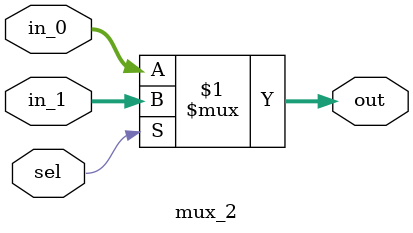
<source format=v>
module mux_2(out, in_0, in_1, sel);
	// Input
	input sel;
	input [31:0] in_0, in_1;
	
	// Output
	output [31:0] out;
	
	// Code
	assign out = sel ? in_1 : in_0;
endmodule

</source>
